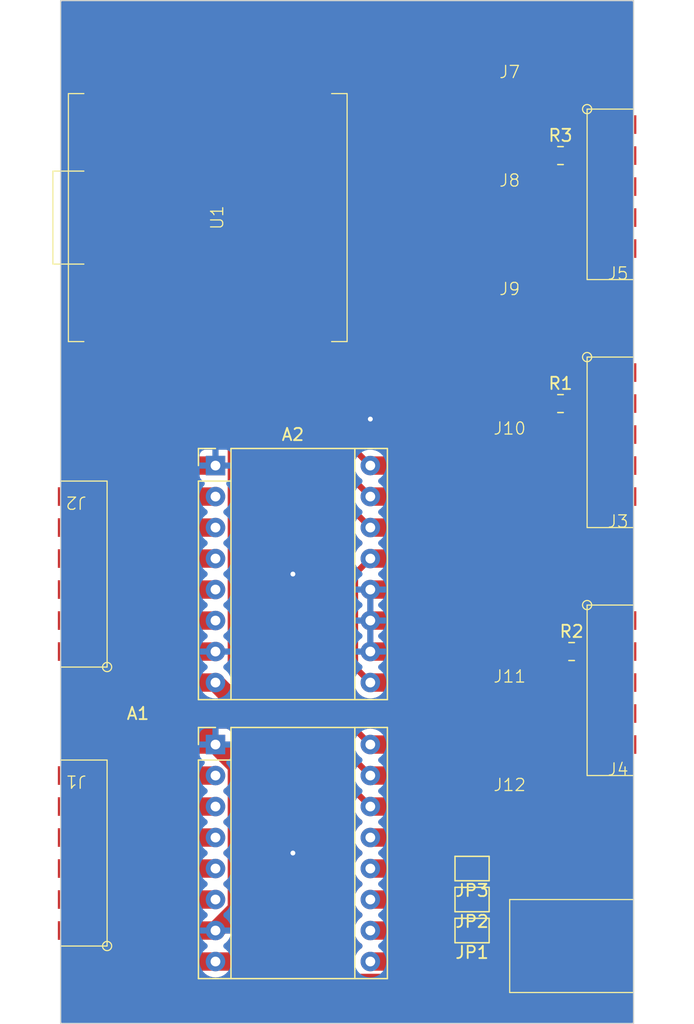
<source format=kicad_pcb>
(kicad_pcb (version 20221018) (generator pcbnew)
  (layers (0 "F.Cu" signal) (31 "B.Cu" signal) (34 "B.Paste" user) (35 "F.Paste" user) (36 "B.SilkS" user "B.Silkscreen") (37 "F.SilkS" user "F.Silkscreen") (38 "B.Mask" user) (39 "F.Mask" user) (44 "Edge.Cuts" user))
  (net 0 "")
  (net 1 "GND")
  (net 2 "unconnected-(A1-~{FLT}-Pad2)")
  (net 3 "Net-(A1-A2)")
  (net 4 "Net-(A1-A1)")
  (net 5 "Net-(A1-B1)")
  (net 6 "Net-(A1-B2)")
  (net 7 "+12V")
  (net 8 "+5V")
  (net 9 "Net-(A1-M0)")
  (net 10 "Net-(A1-M1)")
  (net 11 "Net-(A1-M2)")
  (net 13 "/GratingSleep")
  (net 15 "/GratingStep")
  (net 16 "/GratingDir")
  (net 17 "unconnected-(A2-~{FLT}-Pad2)")
  (net 18 "Net-(A2-A2)")
  (net 19 "Net-(A2-A1)")
  (net 20 "Net-(A2-B1)")
  (net 21 "Net-(A2-B2)")
  (net 22 "/SlitSleep")
  (net 23 "/SlitStep")
  (net 24 "/SlitDir")
  (net 27 "/StallDetectLED")
  (net 28 "/ZeroDetectLED")
  (net 29 "/GratingDetectLED")
  (net 30 "/GratingDetect")
  (net 31 "/ZeroDetect")
  (net 32 "/StallDetect")
  (footprint "uC:Beetle_CM-32U4" (layer "F.Cu") (at 65.405 91.44 90)
    (fp_text reference "U1" (at 0 -0.5 90 unlocked) (layer "F.SilkS") (effects (font (thickness 0.1))))
    (fp_text value "~")
    (fp_line (start -10.16 -12.7) (end -10.16 -11.43) (stroke (width 0.1)) (layer "F.SilkS"))
    (fp_line (start -10.16 -12.7) (end 10.16 -12.7) (stroke (width 0.1)) (layer "F.SilkS"))
    (fp_line (start -10.16 10.16) (end -10.16 8.89) (stroke (width 0.1)) (layer "F.SilkS"))
    (fp_line (start -3.81 -13.97) (end 3.81 -13.97) (stroke (width 0.1)) (layer "F.SilkS"))
    (fp_line (start -3.81 -12.7) (end -3.81 -13.97) (stroke (width 0.1)) (layer "F.SilkS"))
    (fp_line (start -3.81 -12.7) (end -3.81 -11.43) (stroke (width 0.1)) (layer "F.SilkS"))
    (fp_line (start 3.81 -13.97) (end 3.81 -11.43) (stroke (width 0.1)) (layer "F.SilkS"))
    (fp_line (start 10.16 -11.43) (end 10.16 -12.7) (stroke (width 0.1)) (layer "F.SilkS"))
    (fp_line (start 10.16 10.16) (end -10.16 10.16) (stroke (width 0.1)) (layer "F.SilkS"))
    (fp_line (start 10.16 10.16) (end 10.16 8.89) (stroke (width 0.1)) (layer "F.SilkS"))
    (pad "1" smd rect (at -11.43 -10.16 90) (size 4 1.524) (layers "F.Cu" "F.Paste" "F.Mask") (net 1 "GND"))
    (pad "2" smd rect (at -11.43 -7.62 90) (size 4 1.524) (layers "F.Cu" "F.Paste" "F.Mask") (net 8 "+5V"))
    (pad "3" smd rect (at -11.43 -5.08 90) (size 4 1.524) (layers "F.Cu" "F.Paste" "F.Mask") (net 13 "/GratingSleep"))
    (pad "4" smd rect (at -11.43 -2.54 90) (size 4 1.524) (layers "F.Cu" "F.Paste" "F.Mask") (net 15 "/GratingStep"))
    (pad "5" smd rect (at -11.43 0 90) (size 4 1.524) (layers "F.Cu" "F.Paste" "F.Mask") (net 16 "/GratingDir"))
    (pad "6" smd rect (at -11.43 2.54 90) (size 4 1.524) (layers "F.Cu" "F.Paste" "F.Mask") (net 22 "/SlitSleep"))
    (pad "7" smd rect (at -11.43 5.08 90) (size 4 1.524) (layers "F.Cu" "F.Paste" "F.Mask") (net 23 "/SlitStep"))
    (pad "8" smd rect (at -11.43 7.62 90) (size 4 1.524) (layers "F.Cu" "F.Paste" "F.Mask") (net 24 "/SlitDir"))
    (pad "9" smd rect (at 11.43 7.62 90) (size 4 1.524) (layers "F.Cu" "F.Paste" "F.Mask") (net 30 "/GratingDetect"))
    (pad "10" smd rect (at 11.43 5.08 90) (size 4 1.524) (layers "F.Cu" "F.Paste" "F.Mask") (net 32 "/StallDetect"))
    (pad "11" smd rect (at 11.43 2.54 90) (size 4 1.524) (layers "F.Cu" "F.Paste" "F.Mask") (net 31 "/ZeroDetect"))
    (pad "12" smd rect (at 11.43 0 90) (size 4 1.524) (layers "F.Cu" "F.Paste" "F.Mask"))
    (pad "13" smd rect (at 11.43 -2.54 90) (size 4 1.524) (layers "F.Cu" "F.Paste" "F.Mask"))
    (pad "14" smd rect (at 11.43 -5.08 90) (size 4 1.524) (layers "F.Cu" "F.Paste" "F.Mask"))
    (pad "15" smd rect (at 11.43 -7.62 90) (size 4 1.524) (layers "F.Cu" "F.Paste" "F.Mask") (net 1 "GND"))
    (pad "16" smd rect (at 11.43 -10.16 90) (size 4 1.524) (layers "F.Cu" "F.Paste" "F.Mask"))
  )
  (footprint "Jumper:SolderJumper-2_P1.3mm_Open_TrianglePad1.0x1.5mm" (layer "F.Cu") (at 85.815 147.32 180)
    (fp_text reference "JP2" (at 0 -1.8) (layer "F.SilkS"))
    (fp_text value "Jumper_2_Open")
    (fp_line (start -1.4 -1) (end 1.4 -1) (stroke (width 0.12)) (layer "F.SilkS"))
    (fp_line (start -1.4 1) (end -1.4 -1) (stroke (width 0.12)) (layer "F.SilkS"))
    (fp_line (start 1.4 -1) (end 1.4 1) (stroke (width 0.12)) (layer "F.SilkS"))
    (fp_line (start 1.4 1) (end -1.4 1) (stroke (width 0.12)) (layer "F.SilkS"))
    (pad "1" smd custom (at -0.725 0 180) (size 0.3 0.3) (layers "F.Cu" "F.Mask") (net 8 "+5V") (options (clearance outline) (anchor rect)) (primitives (gr_poly (pts (xy 1 0) (xy 0.5 0.75) (xy -0.5 0.75) (xy -0.5 -0.75) (xy 0.5 -0.75)) (width 0) (fill yes))))
    (pad "2" smd custom (at 0.725 0 180) (size 0.3 0.3) (layers "F.Cu" "F.Mask") (net 10 "Net-(A1-M1)") (options (clearance outline) (anchor rect)) (primitives (gr_poly (pts (xy 0.5 0.75) (xy -0.65 0.75) (xy -0.15 0) (xy -0.65 -0.75) (xy 0.5 -0.75)) (width 0) (fill yes))))
  )
  (footprint "uC:power" (layer "F.Cu") (at 93.98 151.13 90)
    (fp_text reference "J6" hide)
    (fp_text value "Jack-DC")
    (fp_line (start -3.81 -5.08) (end 3.81 -5.08) (stroke (width 0.1)) (layer "F.SilkS"))
    (fp_line (start -3.81 5.08) (end -3.81 -5.08) (stroke (width 0.1)) (layer "F.SilkS"))
    (fp_line (start 3.81 -5.08) (end 3.81 5.08) (stroke (width 0.1)) (layer "F.SilkS"))
    (fp_line (start 3.81 5.08) (end -3.81 5.08) (stroke (width 0.1)) (layer "F.SilkS"))
    (pad "1" smd roundrect (at 0 -2.54 90) (size 6 3) (layers "F.Cu" "F.Paste" "F.Mask") (roundrect_rratio 0) (chamfer_ratio 0.2) (chamfer top_left) (net 7 "+12V"))
    (pad "2" smd rect (at 0 2.54 90) (size 6 3) (layers "F.Cu" "F.Paste" "F.Mask") (net 1 "GND"))
  )
  (footprint "uC:air jump" (layer "F.Cu") (at 88.9 129.54)
    (fp_text reference "J11" (at 0 -0.5 unlocked) (layer "F.SilkS") (effects (font (thickness 0.1))))
    (fp_text value "Conn_01x01_Pin")
    (pad "1" smd rect (at 0 0) (size 3 2) (layers "F.Cu" "F.Paste" "F.Mask") (net 1 "GND"))
  )
  (footprint "uC:air jump" (layer "F.Cu") (at 88.9 138.43)
    (fp_text reference "J12" (at 0 -0.5 unlocked) (layer "F.SilkS") (effects (font (thickness 0.1))))
    (fp_text value "Conn_01x01_Pin")
    (pad "1" smd rect (at 0 0) (size 3 2) (layers "F.Cu" "F.Paste" "F.Mask") (net 1 "GND"))
  )
  (footprint "Resistor_SMD:R_0805_2012Metric" (layer "F.Cu") (at 93.98 127)
    (fp_text reference "R2" (at 0 -1.65) (layer "F.SilkS"))
    (fp_text value "R")
    (fp_line (start -0.227064 -0.735) (end 0.227064 -0.735) (stroke (width 0.12)) (layer "F.SilkS"))
    (fp_line (start -0.227064 0.735) (end 0.227064 0.735) (stroke (width 0.12)) (layer "F.SilkS"))
    (pad "1" smd roundrect (at -0.9125 0) (size 1.025 1.4) (layers "F.Cu" "F.Paste" "F.Mask") (roundrect_rratio 0.243902439) (net 8 "+5V"))
    (pad "2" smd roundrect (at 0.9125 0) (size 1.025 1.4) (layers "F.Cu" "F.Paste" "F.Mask") (roundrect_rratio 0.243902439) (net 28 "/ZeroDetectLED"))
  )
  (footprint "uC:Pololu_Breakout-16_15.2x20.3mm" (layer "F.Cu") (at 64.77 134.62)
    (fp_text reference "A1" (at -6.36 -2.54) (layer "F.SilkS"))
    (fp_text value "Pololu_Breakout_DRV8825")
    (fp_line (start -1.4 -1.4) (end -1.4 0) (stroke (width 0.12)) (layer "F.SilkS"))
    (fp_line (start -1.4 1.27) (end -1.4 19.18) (stroke (width 0.12)) (layer "F.SilkS"))
    (fp_line (start -1.4 19.18) (end 14.1 19.18) (stroke (width 0.12)) (layer "F.SilkS"))
    (fp_line (start 0 -1.4) (end -1.4 -1.4) (stroke (width 0.12)) (layer "F.SilkS"))
    (fp_line (start 1.27 -1.4) (end 1.27 1.27) (stroke (width 0.12)) (layer "F.SilkS"))
    (fp_line (start 1.27 1.27) (end -1.4 1.27) (stroke (width 0.12)) (layer "F.SilkS"))
    (fp_line (start 1.27 1.27) (end 1.27 19.18) (stroke (width 0.12)) (layer "F.SilkS"))
    (fp_line (start 11.43 -1.4) (end 11.43 19.18) (stroke (width 0.12)) (layer "F.SilkS"))
    (fp_line (start 14.1 -1.4) (end 1.27 -1.4) (stroke (width 0.12)) (layer "F.SilkS"))
    (fp_line (start 14.1 19.18) (end 14.1 -1.4) (stroke (width 0.12)) (layer "F.SilkS"))
    (pad "1" smd rect (at -3.81 0) (size 4 1.5) (layers "F.Cu" "F.Paste" "F.Mask") (net 1 "GND"))
    (pad "1" thru_hole rect (at 0 0) (size 1.6 1.6) (drill 0.8) (layers "*.Cu" "*.Mask") (net 1 "GND"))
    (pad "2" smd rect (at -3.81 2.54) (size 4 1.5) (layers "F.Cu" "F.Paste" "F.Mask") (net 2 "unconnected-(A1-~{FLT}-Pad2)"))
    (pad "2" thru_hole oval (at 0 2.54) (size 1.6 1.6) (drill 0.8) (layers "*.Cu" "*.Mask") (net 2 "unconnected-(A1-~{FLT}-Pad2)"))
    (pad "3" smd rect (at -3.81 5.08) (size 4 1.5) (layers "F.Cu" "F.Paste" "F.Mask") (net 3 "Net-(A1-A2)"))
    (pad "3" thru_hole oval (at 0 5.08) (size 1.6 1.6) (drill 0.8) (layers "*.Cu" "*.Mask") (net 3 "Net-(A1-A2)"))
    (pad "4" smd rect (at -3.81 7.62) (size 4 1.5) (layers "F.Cu" "F.Paste" "F.Mask") (net 4 "Net-(A1-A1)"))
    (pad "4" thru_hole oval (at 0 7.62) (size 1.6 1.6) (drill 0.8) (layers "*.Cu" "*.Mask") (net 4 "Net-(A1-A1)"))
    (pad "5" smd rect (at -3.81 10.16) (size 4 1.5) (layers "F.Cu" "F.Paste" "F.Mask") (net 5 "Net-(A1-B1)"))
    (pad "5" thru_hole oval (at 0 10.16) (size 1.6 1.6) (drill 0.8) (layers "*.Cu" "*.Mask") (net 5 "Net-(A1-B1)"))
    (pad "6" smd rect (at -3.81 12.7) (size 4 1.5) (layers "F.Cu" "F.Paste" "F.Mask") (net 6 "Net-(A1-B2)"))
    (pad "6" thru_hole oval (at 0 12.7) (size 1.6 1.6) (drill 0.8) (layers "*.Cu" "*.Mask") (net 6 "Net-(A1-B2)"))
    (pad "7" smd rect (at -3.81 15.24) (size 4 1.5) (layers "F.Cu" "F.Paste" "F.Mask") (net 1 "GND"))
    (pad "7" thru_hole oval (at 0 15.24) (size 1.6 1.6) (drill 0.8) (layers "*.Cu" "*.Mask") (net 1 "GND"))
    (pad "8" smd rect (at -3.81 17.78) (size 4 1.5) (layers "F.Cu" "F.Paste" "F.Mask") (net 7 "+12V"))
    (pad "8" thru_hole oval (at 0 17.78) (size 1.6 1.6) (drill 0.8) (layers "*.Cu" "*.Mask") (net 7 "+12V"))
    (pad "9" thru_hole oval (at 12.7 17.78) (size 1.6 1.6) (drill 0.8) (layers "*.Cu" "*.Mask") (net 8 "+5V"))
    (pad "9" smd rect (at 16.51 17.78) (size 4 1.5) (layers "F.Cu" "F.Paste" "F.Mask") (net 8 "+5V"))
    (pad "10" thru_hole oval (at 12.7 15.24) (size 1.6 1.6) (drill 0.8) (layers "*.Cu" "*.Mask") (net 9 "Net-(A1-M0)"))
    (pad "10" smd rect (at 16.51 15.24) (size 4 1.5) (layers "F.Cu" "F.Paste" "F.Mask") (net 9 "Net-(A1-M0)"))
    (pad "11" thru_hole oval (at 12.7 12.7) (size 1.6 1.6) (drill 0.8) (layers "*.Cu" "*.Mask") (net 10 "Net-(A1-M1)"))
    (pad "11" smd rect (at 16.51 12.7) (size 4 1.5) (layers "F.Cu" "F.Paste" "F.Mask") (net 10 "Net-(A1-M1)"))
    (pad "12" thru_hole oval (at 12.7 10.16) (size 1.6 1.6) (drill 0.8) (layers "*.Cu" "*.Mask") (net 11 "Net-(A1-M2)"))
    (pad "12" smd rect (at 16.51 10.16) (size 4 1.5) (layers "F.Cu" "F.Paste" "F.Mask") (net 11 "Net-(A1-M2)"))
    (pad "13" thru_hole oval (at 12.7 7.62) (size 1.6 1.6) (drill 0.8) (layers "*.Cu" "*.Mask") (net 8 "+5V"))
    (pad "13" smd rect (at 16.51 7.62) (size 4 1.5) (layers "F.Cu" "F.Paste" "F.Mask") (net 8 "+5V"))
    (pad "14" thru_hole oval (at 12.7 5.08) (size 1.6 1.6) (drill 0.8) (layers "*.Cu" "*.Mask") (net 13 "/GratingSleep"))
    (pad "14" smd rect (at 16.51 5.08) (size 4 1.5) (layers "F.Cu" "F.Paste" "F.Mask") (net 13 "/GratingSleep"))
    (pad "15" thru_hole oval (at 12.7 2.54) (size 1.6 1.6) (drill 0.8) (layers "*.Cu" "*.Mask") (net 15 "/GratingStep"))
    (pad "15" smd rect (at 16.51 2.54) (size 4 1.5) (layers "F.Cu" "F.Paste" "F.Mask") (net 15 "/GratingStep"))
    (pad "16" thru_hole oval (at 12.7 0) (size 1.6 1.6) (drill 0.8) (layers "*.Cu" "*.Mask") (net 16 "/GratingDir"))
    (pad "16" smd rect (at 16.51 0) (size 4 1.5) (layers "F.Cu" "F.Paste" "F.Mask") (net 16 "/GratingDir"))
  )
  (footprint "Resistor_SMD:R_0805_2012Metric" (layer "F.Cu") (at 93.0675 106.68)
    (fp_text reference "R1" (at 0 -1.65) (layer "F.SilkS"))
    (fp_text value "R")
    (fp_line (start -0.227064 -0.735) (end 0.227064 -0.735) (stroke (width 0.12)) (layer "F.SilkS"))
    (fp_line (start -0.227064 0.735) (end 0.227064 0.735) (stroke (width 0.12)) (layer "F.SilkS"))
    (pad "1" smd roundrect (at -0.9125 0) (size 1.025 1.4) (layers "F.Cu" "F.Paste" "F.Mask") (roundrect_rratio 0.243902439) (net 8 "+5V"))
    (pad "2" smd roundrect (at 0.9125 0) (size 1.025 1.4) (layers "F.Cu" "F.Paste" "F.Mask") (roundrect_rratio 0.243902439) (net 27 "/StallDetectLED"))
  )
  (footprint "uC:air jump" (layer "F.Cu") (at 88.9 88.9)
    (fp_text reference "J8" (at 0 -0.5 unlocked) (layer "F.SilkS") (effects (font (thickness 0.1))))
    (fp_text value "Conn_01x01_Pin")
    (pad "1" smd rect (at 0 0) (size 3 2) (layers "F.Cu" "F.Paste" "F.Mask") (net 1 "GND"))
  )
  (footprint "uC:1x05_BoardEdge" (layer "F.Cu") (at 97.79 129.54)
    (fp_text reference "J4" (at 0 7.12 unlocked) (layer "F.SilkS") (effects (font (thickness 0.1))))
    (fp_text value "Conn_01x05_Pin")
    (fp_line (start -2.54 -6.35) (end -2.54 7.62) (stroke (width 0.1)) (layer "F.SilkS"))
    (fp_line (start -2.54 7.62) (end 1.27 7.62) (stroke (width 0.1)) (layer "F.SilkS"))
    (fp_line (start 1.27 -6.35) (end -2.54 -6.35) (stroke (width 0.1)) (layer "F.SilkS"))
    (fp_circle (center -2.54 -6.35) (end -2.33076 -6.038152) (stroke (width 0.1)) (fill none) (layer "F.SilkS"))
    (pad "1" smd rect (at 0 -5.08) (size 3 1.524) (layers "F.Cu" "F.Paste" "F.Mask") (net 1 "GND"))
    (pad "2" smd rect (at 0 -2.54) (size 3 1.524) (layers "F.Cu" "F.Paste" "F.Mask") (net 28 "/ZeroDetectLED"))
    (pad "3" smd rect (at 0 0) (size 3 1.524) (layers "F.Cu" "F.Paste" "F.Mask") (net 1 "GND"))
    (pad "4" smd rect (at 0 2.54) (size 3 1.524) (layers "F.Cu" "F.Paste" "F.Mask") (net 31 "/ZeroDetect"))
    (pad "5" smd rect (at 0 5.08) (size 3 1.524) (layers "F.Cu" "F.Paste" "F.Mask") (net 8 "+5V"))
  )
  (footprint "uC:1x06_BoardEdge" (layer "F.Cu") (at 53.34 142.24 180)
    (fp_text reference "J1" (at 0 4.58 180 unlocked) (layer "F.SilkS") (effects (font (thickness 0.1))))
    (fp_text value "Conn_01x06_Pin")
    (fp_line (start -2.54 -8.89) (end -2.54 6.35) (stroke (width 0.1)) (layer "F.SilkS"))
    (fp_line (start -2.54 6.35) (end 1.27 6.35) (stroke (width 0.1)) (layer "F.SilkS"))
    (fp_line (start 1.27 -8.89) (end -2.54 -8.89) (stroke (width 0.1)) (layer "F.SilkS"))
    (fp_circle (center -2.54 -8.89) (end -2.33076 -8.578152) (stroke (width 0.1)) (fill none) (layer "F.SilkS"))
    (pad "1" smd rect (at 0 -7.62 180) (size 3 1.524) (layers "F.Cu" "F.Paste" "F.Mask") (net 6 "Net-(A1-B2)"))
    (pad "2" smd rect (at 0 -5.08 180) (size 3 1.524) (layers "F.Cu" "F.Paste" "F.Mask"))
    (pad "3" smd rect (at 0 -2.54 180) (size 3 1.524) (layers "F.Cu" "F.Paste" "F.Mask") (net 5 "Net-(A1-B1)"))
    (pad "4" smd rect (at 0 0 180) (size 3 1.524) (layers "F.Cu" "F.Paste" "F.Mask") (net 4 "Net-(A1-A1)"))
    (pad "5" smd rect (at 0 2.54 180) (size 3 1.524) (layers "F.Cu" "F.Paste" "F.Mask"))
    (pad "6" smd rect (at 0 5.08 180) (size 3 1.524) (layers "F.Cu" "F.Paste" "F.Mask") (net 3 "Net-(A1-A2)"))
  )
  (footprint "uC:1x05_BoardEdge" (layer "F.Cu") (at 97.79 88.9)
    (fp_text reference "J5" (at 0 7.12 unlocked) (layer "F.SilkS") (effects (font (thickness 0.1))))
    (fp_text value "Conn_01x05_Pin")
    (fp_line (start -2.54 -6.35) (end -2.54 7.62) (stroke (width 0.1)) (layer "F.SilkS"))
    (fp_line (start -2.54 7.62) (end 1.27 7.62) (stroke (width 0.1)) (layer "F.SilkS"))
    (fp_line (start 1.27 -6.35) (end -2.54 -6.35) (stroke (width 0.1)) (layer "F.SilkS"))
    (fp_circle (center -2.54 -6.35) (end -2.33076 -6.038152) (stroke (width 0.1)) (fill none) (layer "F.SilkS"))
    (pad "1" smd rect (at 0 -5.08) (size 3 1.524) (layers "F.Cu" "F.Paste" "F.Mask") (net 1 "GND"))
    (pad "2" smd rect (at 0 -2.54) (size 3 1.524) (layers "F.Cu" "F.Paste" "F.Mask") (net 29 "/GratingDetectLED"))
    (pad "3" smd rect (at 0 0) (size 3 1.524) (layers "F.Cu" "F.Paste" "F.Mask") (net 1 "GND"))
    (pad "4" smd rect (at 0 2.54) (size 3 1.524) (layers "F.Cu" "F.Paste" "F.Mask") (net 30 "/GratingDetect"))
    (pad "5" smd rect (at 0 5.08) (size 3 1.524) (layers "F.Cu" "F.Paste" "F.Mask") (net 8 "+5V"))
  )
  (footprint "uC:1x06_BoardEdge" (layer "F.Cu") (at 53.34 119.38 180)
    (fp_text reference "J2" (at 0 4.58 180 unlocked) (layer "F.SilkS") (effects (font (thickness 0.1))))
    (fp_text value "Conn_01x06_Pin")
    (fp_line (start -2.54 -8.89) (end -2.54 6.35) (stroke (width 0.1)) (layer "F.SilkS"))
    (fp_line (start -2.54 6.35) (end 1.27 6.35) (stroke (width 0.1)) (layer "F.SilkS"))
    (fp_line (start 1.27 -8.89) (end -2.54 -8.89) (stroke (width 0.1)) (layer "F.SilkS"))
    (fp_circle (center -2.54 -8.89) (end -2.33076 -8.578152) (stroke (width 0.1)) (fill none) (layer "F.SilkS"))
    (pad "1" smd rect (at 0 -7.62 180) (size 3 1.524) (layers "F.Cu" "F.Paste" "F.Mask") (net 21 "Net-(A2-B2)"))
    (pad "2" smd rect (at 0 -5.08 180) (size 3 1.524) (layers "F.Cu" "F.Paste" "F.Mask"))
    (pad "3" smd rect (at 0 -2.54 180) (size 3 1.524) (layers "F.Cu" "F.Paste" "F.Mask") (net 20 "Net-(A2-B1)"))
    (pad "4" smd rect (at 0 0 180) (size 3 1.524) (layers "F.Cu" "F.Paste" "F.Mask") (net 19 "Net-(A2-A1)"))
    (pad "5" smd rect (at 0 2.54 180) (size 3 1.524) (layers "F.Cu" "F.Paste" "F.Mask"))
    (pad "6" smd rect (at 0 5.08 180) (size 3 1.524) (layers "F.Cu" "F.Paste" "F.Mask") (net 18 "Net-(A2-A2)"))
  )
  (footprint "Resistor_SMD:R_0805_2012Metric" (layer "F.Cu") (at 93.0675 86.36)
    (fp_text reference "R3" (at 0 -1.65) (layer "F.SilkS"))
    (fp_text value "R")
    (fp_line (start -0.227064 -0.735) (end 0.227064 -0.735) (stroke (width 0.12)) (layer "F.SilkS"))
    (fp_line (start -0.227064 0.735) (end 0.227064 0.735) (stroke (width 0.12)) (layer "F.SilkS"))
    (pad "1" smd roundrect (at -0.9125 0) (size 1.025 1.4) (layers "F.Cu" "F.Paste" "F.Mask") (roundrect_rratio 0.243902439) (net 8 "+5V"))
    (pad "2" smd roundrect (at 0.9125 0) (size 1.025 1.4) (layers "F.Cu" "F.Paste" "F.Mask") (roundrect_rratio 0.243902439) (net 29 "/GratingDetectLED"))
  )
  (footprint "uC:air jump" (layer "F.Cu") (at 88.9 109.22)
    (fp_text reference "J10" (at 0 -0.5 unlocked) (layer "F.SilkS") (effects (font (thickness 0.1))))
    (fp_text value "Conn_01x01_Pin")
    (pad "1" smd rect (at 0 0) (size 3 2) (layers "F.Cu" "F.Paste" "F.Mask") (net 1 "GND"))
  )
  (footprint "uC:air jump" (layer "F.Cu") (at 88.9 80.01)
    (fp_text reference "J7" (at 0 -0.5 unlocked) (layer "F.SilkS") (effects (font (thickness 0.1))))
    (fp_text value "Conn_01x01_Pin")
    (pad "1" smd rect (at 0 0) (size 3 2) (layers "F.Cu" "F.Paste" "F.Mask") (net 1 "GND"))
  )
  (footprint "Jumper:SolderJumper-2_P1.3mm_Open_TrianglePad1.0x1.5mm" (layer "F.Cu") (at 85.815 149.86 180)
    (fp_text reference "JP1" (at 0 -1.8) (layer "F.SilkS"))
    (fp_text value "Jumper_2_Open")
    (fp_line (start -1.4 -1) (end 1.4 -1) (stroke (width 0.12)) (layer "F.SilkS"))
    (fp_line (start -1.4 1) (end -1.4 -1) (stroke (width 0.12)) (layer "F.SilkS"))
    (fp_line (start 1.4 -1) (end 1.4 1) (stroke (width 0.12)) (layer "F.SilkS"))
    (fp_line (start 1.4 1) (end -1.4 1) (stroke (width 0.12)) (layer "F.SilkS"))
    (pad "1" smd custom (at -0.725 0 180) (size 0.3 0.3) (layers "F.Cu" "F.Mask") (net 8 "+5V") (options (clearance outline) (anchor rect)) (primitives (gr_poly (pts (xy 1 0) (xy 0.5 0.75) (xy -0.5 0.75) (xy -0.5 -0.75) (xy 0.5 -0.75)) (width 0) (fill yes))))
    (pad "2" smd custom (at 0.725 0 180) (size 0.3 0.3) (layers "F.Cu" "F.Mask") (net 9 "Net-(A1-M0)") (options (clearance outline) (anchor rect)) (primitives (gr_poly (pts (xy 0.5 0.75) (xy -0.65 0.75) (xy -0.15 0) (xy -0.65 -0.75) (xy 0.5 -0.75)) (width 0) (fill yes))))
  )
  (footprint "Jumper:SolderJumper-2_P1.3mm_Open_TrianglePad1.0x1.5mm" (layer "F.Cu") (at 85.815 144.78 180)
    (fp_text reference "JP3" (at 0 -1.8) (layer "F.SilkS"))
    (fp_text value "Jumper_2_Open")
    (fp_line (start -1.4 -1) (end 1.4 -1) (stroke (width 0.12)) (layer "F.SilkS"))
    (fp_line (start -1.4 1) (end -1.4 -1) (stroke (width 0.12)) (layer "F.SilkS"))
    (fp_line (start 1.4 -1) (end 1.4 1) (stroke (width 0.12)) (layer "F.SilkS"))
    (fp_line (start 1.4 1) (end -1.4 1) (stroke (width 0.12)) (layer "F.SilkS"))
    (pad "1" smd custom (at -0.725 0 180) (size 0.3 0.3) (layers "F.Cu" "F.Mask") (net 8 "+5V") (options (clearance outline) (anchor rect)) (primitives (gr_poly (pts (xy 1 0) (xy 0.5 0.75) (xy -0.5 0.75) (xy -0.5 -0.75) (xy 0.5 -0.75)) (width 0) (fill yes))))
    (pad "2" smd custom (at 0.725 0 180) (size 0.3 0.3) (layers "F.Cu" "F.Mask") (net 11 "Net-(A1-M2)") (options (clearance outline) (anchor rect)) (primitives (gr_poly (pts (xy 0.5 0.75) (xy -0.65 0.75) (xy -0.15 0) (xy -0.65 -0.75) (xy 0.5 -0.75)) (width 0) (fill yes))))
  )
  (footprint "uC:Pololu_Breakout-16_15.2x20.3mm" (layer "F.Cu") (at 64.77 111.76)
    (fp_text reference "A2" (at 6.35 -2.54) (layer "F.SilkS"))
    (fp_text value "Pololu_Breakout_DRV8825")
    (fp_line (start -1.4 -1.4) (end -1.4 0) (stroke (width 0.12)) (layer "F.SilkS"))
    (fp_line (start -1.4 1.27) (end -1.4 19.18) (stroke (width 0.12)) (layer "F.SilkS"))
    (fp_line (start -1.4 19.18) (end 14.1 19.18) (stroke (width 0.12)) (layer "F.SilkS"))
    (fp_line (start 0 -1.4) (end -1.4 -1.4) (stroke (width 0.12)) (layer "F.SilkS"))
    (fp_line (start 1.27 -1.4) (end 1.27 1.27) (stroke (width 0.12)) (layer "F.SilkS"))
    (fp_line (start 1.27 1.27) (end -1.4 1.27) (stroke (width 0.12)) (layer "F.SilkS"))
    (fp_line (start 1.27 1.27) (end 1.27 19.18) (stroke (width 0.12)) (layer "F.SilkS"))
    (fp_line (start 11.43 -1.4) (end 11.43 19.18) (stroke (width 0.12)) (layer "F.SilkS"))
    (fp_line (start 14.1 -1.4) (end 1.27 -1.4) (stroke (width 0.12)) (layer "F.SilkS"))
    (fp_line (start 14.1 19.18) (end 14.1 -1.4) (stroke (width 0.12)) (layer "F.SilkS"))
    (pad "1" smd rect (at -3.81 0) (size 4 1.5) (layers "F.Cu" "F.Paste" "F.Mask") (net 1 "GND"))
    (pad "1" thru_hole rect (at 0 0) (size 1.6 1.6) (drill 0.8) (layers "*.Cu" "*.Mask") (net 1 "GND"))
    (pad "2" smd rect (at -3.81 2.54) (size 4 1.5) (layers "F.Cu" "F.Paste" "F.Mask") (net 17 "unconnected-(A2-~{FLT}-Pad2)"))
    (pad "2" thru_hole oval (at 0 2.54) (size 1.6 1.6) (drill 0.8) (layers "*.Cu" "*.Mask") (net 17 "unconnected-(A2-~{FLT}-Pad2)"))
    (pad "3" smd rect (at -3.81 5.08) (size 4 1.5) (layers "F.Cu" "F.Paste" "F.Mask") (net 18 "Net-(A2-A2)"))
    (pad "3" thru_hole oval (at 0 5.08) (size 1.6 1.6) (drill 0.8) (layers "*.Cu" "*.Mask") (net 18 "Net-(A2-A2)"))
    (pad "4" smd rect (at -3.81 7.62) (size 4 1.5) (layers "F.Cu" "F.Paste" "F.Mask") (net 19 "Net-(A2-A1)"))
    (pad "4" thru_hole oval (at 0 7.62) (size 1.6 1.6) (drill 0.8) (layers "*.Cu" "*.Mask") (net 19 "Net-(A2-A1)"))
    (pad "5" smd rect (at -3.81 10.16) (size 4 1.5) (layers "F.Cu" "F.Paste" "F.Mask") (net 20 "Net-(A2-B1)"))
    (pad "5" thru_hole oval (at 0 10.16) (size 1.6 1.6) (drill 0.8) (layers "*.Cu" "*.Mask") (net 20 "Net-(A2-B1)"))
    (pad "6" smd rect (at -3.81 12.7) (size 4 1.5) (layers "F.Cu" "F.Paste" "F.Mask") (net 21 "Net-(A2-B2)"))
    (pad "6" thru_hole oval (at 0 12.7) (size 1.6 1.6) (drill 0.8) (layers "*.Cu" "*.Mask") (net 21 "Net-(A2-B2)"))
    (pad "7" smd rect (at -3.81 15.24) (size 4 1.5) (layers "F.Cu" "F.Paste" "F.Mask") (net 1 "GND"))
    (pad "7" thru_hole oval (at 0 15.24) (size 1.6 1.6) (drill 0.8) (layers "*.Cu" "*.Mask") (net 1 "GND"))
    (pad "8" smd rect (at -3.81 17.78) (size 4 1.5) (layers "F.Cu" "F.Paste" "F.Mask") (net 7 "+12V"))
    (pad "8" thru_hole oval (at 0 17.78) (size 1.6 1.6) (drill 0.8) (layers "*.Cu" "*.Mask") (net 7 "+12V"))
    (pad "9" thru_hole oval (at 12.7 17.78) (size 1.6 1.6) (drill 0.8) (layers "*.Cu" "*.Mask") (net 8 "+5V"))
    (pad "9" smd rect (at 16.51 17.78) (size 4 1.5) (layers "F.Cu" "F.Paste" "F.Mask") (net 8 "+5V"))
    (pad "10" thru_hole oval (at 12.7 15.24) (size 1.6 1.6) (drill 0.8) (layers "*.Cu" "*.Mask") (net 1 "GND"))
    (pad "10" smd rect (at 16.51 15.24) (size 4 1.5) (layers "F.Cu" "F.Paste" "F.Mask") (net 1 "GND"))
    (pad "11" thru_hole oval (at 12.7 12.7) (size 1.6 1.6) (drill 0.8) (layers "*.Cu" "*.Mask") (net 1 "GND"))
    (pad "11" smd rect (at 16.51 12.7) (size 4 1.5) (layers "F.Cu" "F.Paste" "F.Mask") (net 1 "GND"))
    (pad "12" thru_hole oval (at 12.7 10.16) (size 1.6 1.6) (drill 0.8) (layers "*.Cu" "*.Mask") (net 1 "GND"))
    (pad "12" smd rect (at 16.51 10.16) (size 4 1.5) (layers "F.Cu" "F.Paste" "F.Mask") (net 1 "GND"))
    (pad "13" thru_hole oval (at 12.7 7.62) (size 1.6 1.6) (drill 0.8) (layers "*.Cu" "*.Mask") (net 8 "+5V"))
    (pad "13" smd rect (at 16.51 7.62) (size 4 1.5) (layers "F.Cu" "F.Paste" "F.Mask") (net 8 "+5V"))
    (pad "14" thru_hole oval (at 12.7 5.08) (size 1.6 1.6) (drill 0.8) (layers "*.Cu" "*.Mask") (net 22 "/SlitSleep"))
    (pad "14" smd rect (at 16.51 5.08) (size 4 1.5) (layers "F.Cu" "F.Paste" "F.Mask") (net 22 "/SlitSleep"))
    (pad "15" thru_hole oval (at 12.7 2.54) (size 1.6 1.6) (drill 0.8) (layers "*.Cu" "*.Mask") (net 23 "/SlitStep"))
    (pad "15" smd rect (at 16.51 2.54) (size 4 1.5) (layers "F.Cu" "F.Paste" "F.Mask") (net 23 "/SlitStep"))
    (pad "16" thru_hole oval (at 12.7 0) (size 1.6 1.6) (drill 0.8) (layers "*.Cu" "*.Mask") (net 24 "/SlitDir"))
    (pad "16" smd rect (at 16.51 0) (size 4 1.5) (layers "F.Cu" "F.Paste" "F.Mask") (net 24 "/SlitDir"))
  )
  (footprint "uC:1x05_BoardEdge" (layer "F.Cu") (at 97.79 109.22)
    (fp_text reference "J3" (at 0 7.12 unlocked) (layer "F.SilkS") (effects (font (thickness 0.1))))
    (fp_text value "Conn_01x05_Pin")
    (fp_line (start -2.54 -6.35) (end -2.54 7.62) (stroke (width 0.1)) (layer "F.SilkS"))
    (fp_line (start -2.54 7.62) (end 1.27 7.62) (stroke (width 0.1)) (layer "F.SilkS"))
    (fp_line (start 1.27 -6.35) (end -2.54 -6.35) (stroke (width 0.1)) (layer "F.SilkS"))
    (fp_circle (center -2.54 -6.35) (end -2.33076 -6.038152) (stroke (width 0.1)) (fill none) (layer "F.SilkS"))
    (pad "1" smd rect (at 0 -5.08) (size 3 1.524) (layers "F.Cu" "F.Paste" "F.Mask") (net 1 "GND"))
    (pad "2" smd rect (at 0 -2.54) (size 3 1.524) (layers "F.Cu" "F.Paste" "F.Mask") (net 27 "/StallDetectLED"))
    (pad "3" smd rect (at 0 0) (size 3 1.524) (layers "F.Cu" "F.Paste" "F.Mask") (net 1 "GND"))
    (pad "4" smd rect (at 0 2.54) (size 3 1.524) (layers "F.Cu" "F.Paste" "F.Mask") (net 32 "/StallDetect"))
    (pad "5" smd rect (at 0 5.08) (size 3 1.524) (layers "F.Cu" "F.Paste" "F.Mask") (net 8 "+5V"))
  )
  (footprint "uC:air jump" (layer "F.Cu") (at 88.9 97.79)
    (fp_text reference "J9" (at 0 -0.5 unlocked) (layer "F.SilkS") (effects (font (thickness 0.1))))
    (fp_text value "Conn_01x01_Pin")
    (pad "1" smd rect (at 0 0) (size 3 2) (layers "F.Cu" "F.Paste" "F.Mask") (net 1 "GND"))
  )
  (gr_rect (start 52.07 73.66) (end 99.06 157.48) (stroke (width 0.1)) (fill none) (layer "Edge.Cuts"))
  (segment (start 60.96 111.76) (end 64.77 111.76) (width 1.5) (layer "F.Cu") (net 1))
  (segment (start 58.85 149.86) (end 58.01 150.7) (width 1.5) (layer "F.Cu") (net 1))
  (segment (start 60.96 149.86) (end 64.77 149.86) (width 1.5) (layer "F.Cu") (net 1))
  (segment (start 58.01 131.24) (end 58.01 127.84) (width 1.5) (layer "F.Cu") (net 1))
  (segment (start 64.77 149.86) (end 66.52 148.11) (width 1.5) (layer "F.Cu") (net 1))
  (segment (start 66.52 148.11) (end 66.52 136.37) (width 1.5) (layer "F.Cu") (net 1))
  (segment (start 92.203504 156.21) (end 96.52 151.893504) (width 1.5) (layer "F.Cu") (net 1))
  (segment (start 60.96 134.62) (end 64.77 134.62) (width 1.5) (layer "F.Cu") (net 1))
  (segment (start 60.96 149.86) (end 58.85 149.86) (width 1.5) (layer "F.Cu") (net 1))
  (segment (start 58.01 154.1) (end 60.12 156.21) (width 1.5) (layer "F.Cu") (net 1))
  (segment (start 60.12 156.21) (end 92.203504 156.21) (width 1.5) (layer "F.Cu") (net 1))
  (segment (start 96.52 151.893504) (end 96.52 151.13) (width 1.5) (layer "F.Cu") (net 1))
  (segment (start 85.09 134.62) (end 88.9 138.43) (width 0.5) (layer "F.Cu") (net 1))
  (segment (start 58.01 150.7) (end 58.01 154.1) (width 1.5) (layer "F.Cu") (net 1))
  (segment (start 88.9 109.22) (end 97.79 109.22) (width 0.5) (layer "F.Cu") (net 1))
  (segment (start 58.85 127) (end 58.01 127.84) (width 1.5) (layer "F.Cu") (net 1))
  (segment (start 60.96 127) (end 64.77 127) (width 1.5) (layer "F.Cu") (net 1))
  (segment (start 77.47 121.92) (end 81.28 121.92) (width 1.5) (layer "F.Cu") (net 1))
  (segment (start 81.28 127) (end 82.39 127) (width 0.5) (layer "F.Cu") (net 1))
  (segment (start 88.9 88.9) (end 83.82 88.9) (width 0.5) (layer "F.Cu") (net 1))
  (segment (start 81.28 124.46) (end 77.47 124.46) (width 1.5) (layer "F.Cu") (net 1))
  (segment (start 77.47 127) (end 81.28 127) (width 1.5) (layer "F.Cu") (net 1))
  (segment (start 88.9 88.9) (end 97.79 88.9) (width 0.5) (layer "F.Cu") (net 1))
  (segment (start 66.52 136.37) (end 61.39 131.24) (width 1.5) (layer "F.Cu") (net 1))
  (segment (start 82.39 127) (end 85.09 129.7) (width 0.5) (layer "F.Cu") (net 1))
  (segment (start 85.09 129.7) (end 85.09 134.62) (width 0.5) (layer "F.Cu") (net 1))
  (segment (start 88.9 129.54) (end 97.79 129.54) (width 0.5) (layer "F.Cu") (net 1))
  (segment (start 60.96 127) (end 58.85 127) (width 1.5) (layer "F.Cu") (net 1))
  (segment (start 61.39 131.24) (end 58.01 131.24) (width 1.5) (layer "F.Cu") (net 1))
  (via (at 71.12 143.51) (size 0.8) (drill 0.4) (layers "F.Cu" "B.Cu") (net 1))
  (via (at 77.47 107.95) (size 0.8) (drill 0.4) (layers "F.Cu" "B.Cu") (net 1))
  (via (at 71.12 120.65) (size 0.8) (drill 0.4) (layers "F.Cu" "B.Cu") (net 1))
  (segment (start 64.77 137.16) (end 60.96 137.16) (width 1.5) (layer "F.Cu") (net 2))
  (segment (start 54.92 137.16) (end 53.34 137.16) (width 1.5) (layer "F.Cu") (net 3))
  (segment (start 60.96 139.7) (end 64.77 139.7) (width 1.5) (layer "F.Cu") (net 3))
  (segment (start 60.96 139.7) (end 57.46 139.7) (width 1.5) (layer "F.Cu") (net 3))
  (segment (start 57.46 139.7) (end 54.92 137.16) (width 1.5) (layer "F.Cu") (net 3))
  (segment (start 60.96 142.24) (end 53.34 142.24) (width 1.5) (layer "F.Cu") (net 4))
  (segment (start 64.77 142.24) (end 60.96 142.24) (width 1.5) (layer "F.Cu") (net 4))
  (segment (start 60.96 144.78) (end 53.34 144.78) (width 1.5) (layer "F.Cu") (net 5))
  (segment (start 60.96 144.78) (end 64.77 144.78) (width 1.5) (layer "F.Cu") (net 5))
  (segment (start 60.96 147.32) (end 57.46 147.32) (width 1.5) (layer "F.Cu") (net 6))
  (segment (start 64.77 147.32) (end 60.96 147.32) (width 1.5) (layer "F.Cu") (net 6))
  (segment (start 57.46 147.32) (end 54.92 149.86) (width 1.5) (layer "F.Cu") (net 6))
  (segment (start 54.92 149.86) (end 53.34 149.86) (width 1.5) (layer "F.Cu") (net 6))
  (segment (start 60.96 152.4) (end 64.77 152.4) (width 1.5) (layer "F.Cu") (net 7))
  (segment (start 88.42 154.15) (end 91.44 151.13) (width 1.5) (layer "F.Cu") (net 7))
  (segment (start 70.33 154.15) (end 88.42 154.15) (width 1.5) (layer "F.Cu") (net 7))
  (segment (start 68.58 133.35) (end 68.58 152.4) (width 1.5) (layer "F.Cu") (net 7))
  (segment (start 60.96 129.54) (end 64.77 129.54) (width 1.5) (layer "F.Cu") (net 7))
  (segment (start 68.58 152.4) (end 64.77 152.4) (width 1.5) (layer "F.Cu") (net 7))
  (segment (start 68.58 152.4) (end 70.33 154.15) (width 1.5) (layer "F.Cu") (net 7))
  (segment (start 64.77 129.54) (end 68.58 133.35) (width 1.5) (layer "F.Cu") (net 7))
  (segment (start 85.79 129.410051) (end 85.79 130.819949) (width 0.5) (layer "F.Cu") (net 8))
  (segment (start 66.823 77.47) (end 66.733 77.56) (width 0.5) (layer "F.Cu") (net 8))
  (segment (start 82.55 93.98) (end 81.0025 95.5275) (width 0.5) (layer "F.Cu") (net 8))
  (segment (start 69.363 77.47) (end 66.823 77.47) (width 0.5) (layer "F.Cu") (net 8))
  (segment (start 71.607 77.47) (end 69.363 77.47) (width 0.5) (layer "F.Cu") (net 8))
  (segment (start 83.037 86.36) (end 74.237 77.56) (width 0.5) (layer "F.Cu") (net 8))
  (segment (start 92.155 106.68) (end 81.0025 95.5275) (width 0.5) (layer "F.Cu") (net 8))
  (segment (start 81.28 129.54) (end 77.47 129.54) (width 1.5) (layer "F.Cu") (net 8))
  (segment (start 69.273 77.56) (end 69.273 87.053) (width 0.5) (layer "F.Cu") (net 8))
  (segment (start 89.590051 134.62) (end 97.79 134.62) (width 0.5) (layer "F.Cu") (net 8))
  (segment (start 77.47 152.4) (end 81.28 152.4) (width 1.5) (layer "F.Cu") (net 8))
  (segment (start 81.28 119.38) (end 83.82 119.38) (width 0.5) (layer "F.Cu") (net 8))
  (segment (start 83.82 119.38) (end 83.82 127.44005) (width 0.5) (layer "F.Cu") (net 8))
  (segment (start 74.237 77.56) (end 71.697 77.56) (width 0.5) (layer "F.Cu") (net 8))
  (segment (start 76.22 120.63) (end 76.22 128.29) (width 0.5) (layer "F.Cu") (net 8))
  (segment (start 85.356 110.49) (end 85.356 119.646) (width 0.5) (layer "F.Cu") (net 8))
  (segment (start 85.356 103.136) (end 85.356 110.49) (width 0.5) (layer "F.Cu") (net 8))
  (segment (start 77.47 119.38) (end 76.22 120.63) (width 0.5) (layer "F.Cu") (net 8))
  (segment (start 66.733 77.56) (end 66.733 87.762899) (width 0.5) (layer "F.Cu") (net 8))
  (segment (start 92.155 86.36) (end 83.037 86.36) (width 0.5) (layer "F.Cu") (net 8))
  (segment (start 85.79 130.819949) (end 89.590051 134.62) (width 0.5) (layer "F.Cu") (net 8))
  (segment (start 81.28 129.54) (end 83.82 132.08) (width 0.5) (layer "F.Cu") (net 8))
  (segment (start 83.82 132.08) (end 83.82 142.24) (width 0.5) (layer "F.Cu") (net 8))
  (segment (start 83.82 104.849899) (end 83.82 119.38) (width 0.5) (layer "F.Cu") (net 8))
  (segment (start 81.0025 95.5275) (end 71.697 86.222) (width 0.5) (layer "F.Cu") (net 8))
  (segment (start 86.54 144.78) (end 86.54 147.32) (width 0.5) (layer "F.Cu") (net 8))
  (segment (start 77.47 142.24) (end 81.28 142.24) (width 1.5) (layer "F.Cu") (net 8))
  (segment (start 84.586396 152.4) (end 81.28 152.4) (width 0.5) (layer "F.Cu") (net 8))
  (segment (start 79.340101 100.37) (end 83.82 104.849899) (width 0.5) (layer "F.Cu") (net 8))
  (segment (start 69.273 87.053) (end 85.356 103.136) (width 0.5) (layer "F.Cu") (net 8))
  (segment (start 97.79 93.98) (end 82.55 93.98) (width 0.5) (layer "F.Cu") (net 8))
  (segment (start 69.363 77.47) (end 69.273 77.56) (width 0.5) (layer "F.Cu") (net 8))
  (segment (start 86.54 144.78) (end 86.54 144.193604) (width 0.5) (layer "F.Cu") (net 8))
  (segment (start 66.733 87.762899) (end 79.340101 100.37) (width 0.5) (layer "F.Cu") (net 8))
  (segment (start 83.82 127.44005) (end 85.79 129.410051) (width 0.5) (layer "F.Cu") (net 8))
  (segment (start 86.54 147.32) (end 86.54 149.86) (width 0.5) (layer "F.Cu") (net 8))
  (segment (start 81.28 119.38) (end 77.47 119.38) (width 1.5) (layer "F.Cu") (net 8))
  (segment (start 83.82 142.24) (end 81.28 142.24) (width 0.5) (layer "F.Cu") (net 8))
  (segment (start 71.697 86.222) (end 71.697 77.56) (width 0.5) (layer "F.Cu") (net 8))
  (segment (start 89.166 114.3) (end 85.356 110.49) (width 0.5) (layer "F.Cu") (net 8))
  (segment (start 57.785 101.632) (end 59.047 100.37) (width 0.5) (layer "F.Cu") (net 8))
  (segment (start 85.356 119.646) (end 92.71 127) (width 0.5) (layer "F.Cu") (net 8))
  (segment (start 76.22 128.29) (end 77.47 129.54) (width 0.5) (layer "F.Cu") (net 8))
  (segment (start 86.54 150.446396) (end 84.586396 152.4) (width 0.5) (layer "F.Cu") (net 8))
  (segment (start 71.697 77.56) (end 71.607 77.47) (width 0.5) (layer "F.Cu") (net 8))
  (segment (start 57.785 102.87) (end 57.785 101.632) (width 0.5) (layer "F.Cu") (net 8))
  (segment (start 97.79 114.3) (end 89.166 114.3) (width 0.5) (layer "F.Cu") (net 8))
  (segment (start 86.54 144.193604) (end 84.586396 142.24) (width 0.5) (layer "F.Cu") (net 8))
  (segment (start 59.047 100.37) (end 79.340101 100.37) (width 0.5) (layer "F.Cu") (net 8))
  (segment (start 92.71 127) (end 93.0675 127) (width 0.5) (layer "F.Cu") (net 8))
  (segment (start 86.54 149.86) (end 86.54 150.446396) (width 0.5) (layer "F.Cu") (net 8))
  (segment (start 84.586396 142.24) (end 83.82 142.24) (width 0.5) (layer "F.Cu") (net 8))
  (segment (start 81.28 149.86) (end 77.47 149.86) (width 1.5) (layer "F.Cu") (net 9))
  (segment (start 85.09 149.86) (end 81.28 149.86) (width 0.5) (layer "F.Cu") (net 9))
  (segment (start 77.47 147.32) (end 81.28 147.32) (width 1.5) (layer "F.Cu") (net 10))
  (segment (start 85.09 147.32) (end 81.28 147.32) (width 0.5) (layer "F.Cu") (net 10))
  (segment (start 81.28 144.78) (end 77.47 144.78) (width 1.5) (layer "F.Cu") (net 11))
  (segment (start 85.09 144.78) (end 81.28 144.78) (width 0.5) (layer "F.Cu") (net 11))
  (segment (start 60.325 102.87) (end 60.325 104.108) (width 0.5) (layer "F.Cu") (net 13))
  (segment (start 66.02 109.803) (end 66.02 128.25) (width 0.5) (layer "F.Cu") (net 13))
  (segment (start 66.02 128.25) (end 77.47 139.7) (width 0.5) (layer "F.Cu") (net 13))
  (segment (start 60.325 104.108) (end 66.02 109.803) (width 0.5) (layer "F.Cu") (net 13))
  (segment (start 81.28 139.7) (end 77.47 139.7) (width 1.5) (layer "F.Cu") (net 13))
  (segment (start 66.72 126.41) (end 66.72 108.63) (width 0.5) (layer "F.Cu") (net 15))
  (segment (start 77.47 137.16) (end 81.28 137.16) (width 1.5) (layer "F.Cu") (net 15))
  (segment (start 66.72 108.63) (end 62.865 104.775) (width 0.5) (layer "F.Cu") (net 15))
  (segment (start 62.865 104.775) (end 62.865 102.87) (width 0.5) (layer "F.Cu") (net 15))
  (segment (start 77.47 137.16) (end 66.72 126.41) (width 0.5) (layer "F.Cu") (net 15))
  (segment (start 77.47 134.62) (end 67.42 124.57) (width 0.5) (layer "F.Cu") (net 16))
  (segment (start 65.405 105.76495) (end 65.405 102.87) (width 0.5) (layer "F.Cu") (net 16))
  (segment (start 67.42 124.57) (end 67.42 107.77995) (width 0.5) (layer "F.Cu") (net 16))
  (segment (start 81.28 134.62) (end 77.47 134.62) (width 1.5) (layer "F.Cu") (net 16))
  (segment (start 67.42 107.77995) (end 65.405 105.76495) (width 0.5) (layer "F.Cu") (net 16))
  (segment (start 64.77 114.3) (end 60.96 114.3) (width 1.5) (layer "F.Cu") (net 17))
  (segment (start 54.92 114.3) (end 53.34 114.3) (width 1.5) (layer "F.Cu") (net 18))
  (segment (start 57.46 116.84) (end 54.92 114.3) (width 1.5) (layer "F.Cu") (net 18))
  (segment (start 60.96 116.84) (end 57.46 116.84) (width 1.5) (layer "F.Cu") (net 18))
  (segment (start 60.96 116.84) (end 64.77 116.84) (width 1.5) (layer "F.Cu") (net 18))
  (segment (start 60.96 119.38) (end 53.34 119.38) (width 1.5) (layer "F.Cu") (net 19))
  (segment (start 60.96 119.38) (end 64.77 119.38) (width 1.5) (layer "F.Cu") (net 19))
  (segment (start 60.96 121.92) (end 53.34 121.92) (width 1.5) (layer "F.Cu") (net 20))
  (segment (start 60.96 121.92) (end 64.77 121.92) (width 1.5) (layer "F.Cu") (net 20))
  (segment (start 57.46 124.46) (end 54.92 127) (width 1.5) (layer "F.Cu") (net 21))
  (segment (start 60.96 124.46) (end 57.46 124.46) (width 1.5) (layer "F.Cu") (net 21))
  (segment (start 54.92 127) (end 53.34 127) (width 1.5) (layer "F.Cu") (net 21))
  (segment (start 60.96 124.46) (end 64.77 124.46) (width 1.5) (layer "F.Cu") (net 21))
  (segment (start 77.47 116.84) (end 67.945 107.315) (width 0.5) (layer "F.Cu") (net 22))
  (segment (start 67.945 107.315) (end 67.945 102.87) (width 0.5) (layer "F.Cu") (net 22))
  (segment (start 77.47 116.84) (end 81.28 116.84) (width 1.5) (layer "F.Cu") (net 22))
  (segment (start 77.47 114.3) (end 70.485 107.315) (width 0.5) (layer "F.Cu") (net 23))
  (segment (start 70.485 107.315) (end 70.485 102.87) (width 0.5) (layer "F.Cu") (net 23))
  (segment (start 81.28 114.3) (end 77.47 114.3) (width 1.5) (layer "F.Cu") (net 23))
  (segment (start 77.47 111.76) (end 81.28 111.76) (width 1.5) (layer "F.Cu") (net 24))
  (segment (start 73.025 107.315) (end 77.47 111.76) (width 0.5) (layer "F.Cu") (net 24))
  (segment (start 73.025 102.87) (end 73.025 107.315) (width 0.5) (layer "F.Cu") (net 24))
  (segment (start 97.79 106.68) (end 93.98 106.68) (width 0.5) (layer "F.Cu") (net 27))
  (segment (start 97.79 127) (end 94.8925 127) (width 0.5) (layer "F.Cu") (net 28))
  (segment (start 97.79 86.36) (end 93.98 86.36) (width 0.5) (layer "F.Cu") (net 29))
  (segment (start 78.74 91.44) (end 97.79 91.44) (width 0.5) (layer "F.Cu") (net 30))
  (segment (start 73.025 80.01) (end 73.025 85.725) (width 0.5) (layer "F.Cu") (net 30))
  (segment (start 73.025 85.725) (end 78.74 91.44) (width 0.5) (layer "F.Cu") (net 30))
  (segment (start 84.52 104.559949) (end 84.52 127.150101) (width 0.5) (layer "F.Cu") (net 31))
  (segment (start 86.49 129.120102) (end 86.49 130.529999) (width 0.5) (layer "F.Cu") (net 31))
  (segment (start 88.04 132.08) (end 97.79 132.08) (width 0.5) (layer "F.Cu") (net 31))
  (segment (start 67.945 80.01) (end 67.945 87.984949) (width 0.5) (layer "F.Cu") (net 31))
  (segment (start 86.49 130.529999) (end 88.04 132.08) (width 0.5) (layer "F.Cu") (net 31))
  (segment (start 67.945 87.984949) (end 84.52 104.559949) (width 0.5) (layer "F.Cu") (net 31))
  (segment (start 84.52 127.150101) (end 86.49 129.120102) (width 0.5) (layer "F.Cu") (net 31))
  (segment (start 86.95 111.08) (end 87.63 111.76) (width 0.5) (layer "F.Cu") (net 32))
  (segment (start 87.63 111.76) (end 97.79 111.76) (width 0.5) (layer "F.Cu") (net 32))
  (segment (start 70.485 87.27505) (end 87.06 103.85005) (width 0.5) (layer "F.Cu") (net 32))
  (segment (start 87.06 103.85005) (end 87.06 104.42995) (width 0.5) (layer "F.Cu") (net 32))
  (segment (start 87.06 104.42995) (end 86.95 104.53995) (width 0.5) (layer "F.Cu") (net 32))
  (segment (start 86.95 104.53995) (end 86.95 111.08) (width 0.5) (layer "F.Cu") (net 32))
  (segment (start 70.485 80.01) (end 70.485 87.27505) (width 0.5) (layer "F.Cu") (net 32))
  (zone (net 1) (net_name "GND") (layer "F.Cu") (connect_pads (clearance 0.5)) (min_thickness 0.5) (fill yes (thermal_gap 0.5) (thermal_bridge_width 0.5))
    (polygon (pts (xy 52.07 73.66) (xy 99.06 73.66) (xy 99.06 157.48) (xy 52.07 157.48)))
  )
  (zone (net 1) (net_name "GND") (layer "B.Cu") (priority 1) (connect_pads (clearance 0.5)) (min_thickness 0.5) (fill yes (thermal_gap 0.5) (thermal_bridge_width 0.5))
    (polygon (pts (xy 52.07 73.66) (xy 100.33 73.66) (xy 100.33 157.48) (xy 52.07 157.48)))
  )
)
</source>
